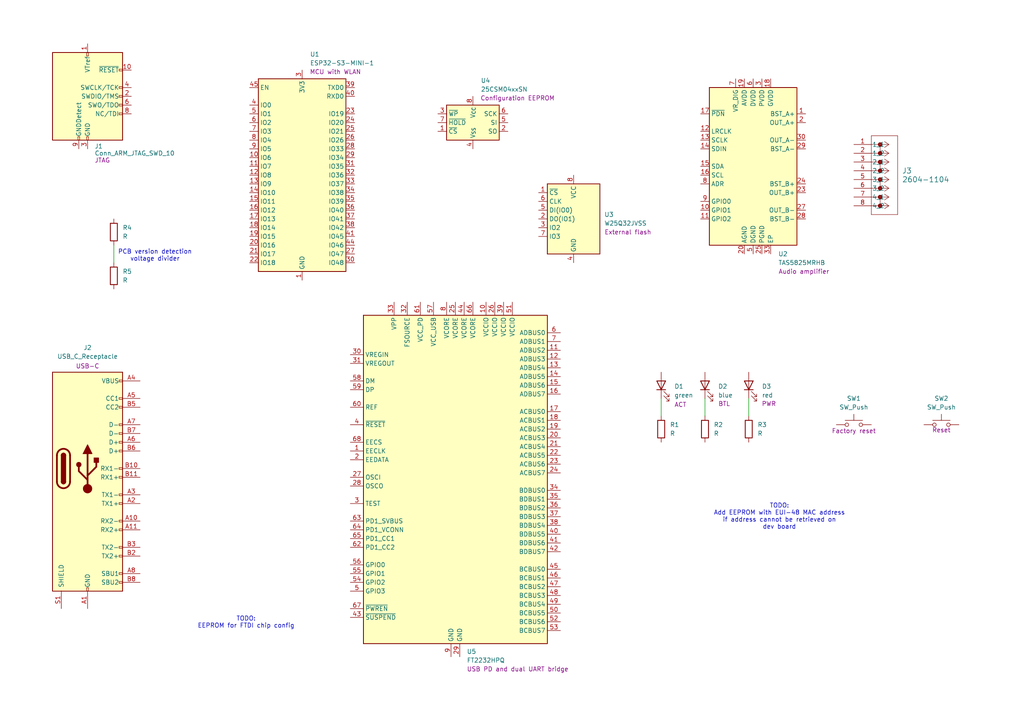
<source format=kicad_sch>
(kicad_sch (version 20231120) (generator "eeschema") (generator_version "8.0")
  (paper "A4")
  (title_block (title "soundbox"))
  (lib_symbols
    (symbol "Amplifier_Audio:TAS5825MRHB"
      (property "Reference" "U" (at -11.43 24.13 0))
      (property "Value" "TAS5825MRHB" (at 13.97 24.13 0))
      (symbol "TAS5825MRHB_0_1"
        (rectangle (start -12.7 22.86) (end 12.7 -22.86) (stroke (width 0.254)) (fill (type background)))
      )
      (symbol "TAS5825MRHB_1_1"
        (pin passive line (at 15.24 15.24 180) (length 2.54) (name "BST_A+") (number "1"))
        (pin bidirectional line (at -15.24 -12.7 0) (length 2.54) (name "GPIO1") (number "10"))
        (pin bidirectional line (at -15.24 -15.24 0) (length 2.54) (name "GPIO2") (number "11"))
        (pin input line (at -15.24 10.16 0) (length 2.54) (name "LRCLK") (number "12"))
        (pin input line (at -15.24 7.62 0) (length 2.54) (name "SCLK") (number "13"))
        (pin input line (at -15.24 5.08 0) (length 2.54) (name "SDIN") (number "14"))
        (pin bidirectional line (at -15.24 0 0) (length 2.54) (name "SDA") (number "15"))
        (pin input line (at -15.24 -2.54 0) (length 2.54) (name "SCL") (number "16"))
        (pin input line (at -15.24 15.24 0) (length 2.54) (name "~{PDN}") (number "17"))
        (pin passive line (at 5.08 25.4 270) (length 2.54) (name "GVDD") (number "18"))
        (pin passive line (at -2.54 25.4 270) (length 2.54) (name "AVDD") (number "19"))
        (pin output line (at 15.24 12.7 180) (length 2.54) (name "OUT_A+") (number "2"))
        (pin power_in line (at -2.54 -25.4 90) (length 2.54) (name "AGND") (number "20"))
        (pin passive line (at 2.54 25.4 270) (length 2.54) hide (name "PVDD") (number "21"))
        (pin passive line (at 2.54 25.4 270) (length 2.54) hide (name "PVDD") (number "22"))
        (pin output line (at 15.24 -7.62 180) (length 2.54) (name "OUT_B+") (number "23"))
        (pin passive line (at 15.24 -5.08 180) (length 2.54) (name "BST_B+") (number "24"))
        (pin power_in line (at 2.54 -25.4 90) (length 2.54) (name "PGND") (number "25"))
        (pin passive line (at 2.54 -25.4 90) (length 2.54) hide (name "PGND") (number "26"))
        (pin output line (at 15.24 -12.7 180) (length 2.54) (name "OUT_B-") (number "27"))
        (pin passive line (at 15.24 -15.24 180) (length 2.54) (name "BST_B-") (number "28"))
        (pin passive line (at 15.24 5.08 180) (length 2.54) (name "BST_A-") (number "29"))
        (pin power_in line (at 2.54 25.4 270) (length 2.54) (name "PVDD") (number "3"))
        (pin output line (at 15.24 7.62 180) (length 2.54) (name "OUT_A-") (number "30"))
        (pin passive line (at 2.54 -25.4 90) (length 2.54) hide (name "PGND") (number "31"))
        (pin passive line (at 2.54 -25.4 90) (length 2.54) hide (name "PGND") (number "32"))
        (pin passive line (at 5.08 -25.4 90) (length 2.54) (name "EP") (number "33"))
        (pin passive line (at 2.54 25.4 270) (length 2.54) hide (name "PVDD") (number "4"))
        (pin power_in line (at 0 -25.4 90) (length 2.54) (name "DGND") (number "5"))
        (pin power_in line (at 0 25.4 270) (length 2.54) (name "DVDD") (number "6"))
        (pin passive line (at -5.08 25.4 270) (length 2.54) (name "VR_DIG") (number "7"))
        (pin passive line (at -15.24 -5.08 0) (length 2.54) (name "ADR") (number "8"))
        (pin bidirectional line (at -15.24 -10.16 0) (length 2.54) (name "GPIO0") (number "9"))
      )
    )
    (symbol "Connector:Conn_ARM_JTAG_SWD_10" (pin_names (offset 1.016))
      (property "Reference" "J" (at -2.54 16.51 0))
      (property "Value" "Conn_ARM_JTAG_SWD_10" (at -2.54 13.97 0))
      (symbol "Conn_ARM_JTAG_SWD_10_0_1"
        (rectangle (start -10.16 12.7) (end 10.16 -12.7) (stroke (width 0.254)) (fill (type background)))
        (rectangle (start -2.794 -12.7) (end -2.286 -11.684))
        (rectangle (start -0.254 -12.7) (end 0.254 -11.684))
        (rectangle (start -0.254 12.7) (end 0.254 11.684))
        (rectangle (start 9.144 2.286) (end 10.16 2.794))
        (rectangle (start 10.16 -2.794) (end 9.144 -2.286))
        (rectangle (start 10.16 -0.254) (end 9.144 0.254))
        (rectangle (start 10.16 7.874) (end 9.144 7.366))
      )
      (symbol "Conn_ARM_JTAG_SWD_10_1_1"
        (rectangle (start 9.144 -5.334) (end 10.16 -4.826))
        (pin power_in line (at 0 15.24 270) (length 2.54) (name "VTref") (number "1"))
        (pin open_collector line (at 12.7 7.62 180) (length 2.54) (name "~{RESET}") (number "10"))
        (pin bidirectional line (at 12.7 0 180) (length 2.54) (name "SWDIO/TMS") (number "2"))
        (pin power_in line (at 0 -15.24 90) (length 2.54) (name "GND") (number "3"))
        (pin output line (at 12.7 2.54 180) (length 2.54) (name "SWCLK/TCK") (number "4"))
        (pin passive line (at 0 -15.24 90) (length 2.54) hide (name "GND") (number "5"))
        (pin input line (at 12.7 -2.54 180) (length 2.54) (name "SWO/TDO") (number "6"))
        (pin no_connect line (at -10.16 0 0) (length 2.54) hide (name "KEY") (number "7"))
        (pin output line (at 12.7 -5.08 180) (length 2.54) (name "NC/TDI") (number "8"))
        (pin passive line (at -2.54 -15.24 90) (length 2.54) (name "GNDDetect") (number "9"))
      )
    )
    (symbol "Connector:USB_C_Receptacle" (pin_names (offset 1.016))
      (property "Reference" "J" (at -10.16 29.21 0))
      (property "Value" "USB_C_Receptacle" (at 10.16 29.21 0))
      (symbol "USB_C_Receptacle_0_0"
        (rectangle (start -0.254 -35.56) (end 0.254 -34.544))
        (rectangle (start 10.16 -32.766) (end 9.144 -33.274))
        (rectangle (start 10.16 -30.226) (end 9.144 -30.734))
        (rectangle (start 10.16 -25.146) (end 9.144 -25.654))
        (rectangle (start 10.16 -22.606) (end 9.144 -23.114))
        (rectangle (start 10.16 -17.526) (end 9.144 -18.034))
        (rectangle (start 10.16 -14.986) (end 9.144 -15.494))
        (rectangle (start 10.16 -9.906) (end 9.144 -10.414))
        (rectangle (start 10.16 -7.366) (end 9.144 -7.874))
        (rectangle (start 10.16 -2.286) (end 9.144 -2.794))
        (rectangle (start 10.16 0.254) (end 9.144 -0.254))
        (rectangle (start 10.16 5.334) (end 9.144 4.826))
        (rectangle (start 10.16 7.874) (end 9.144 7.366))
        (rectangle (start 10.16 10.414) (end 9.144 9.906))
        (rectangle (start 10.16 12.954) (end 9.144 12.446))
        (rectangle (start 10.16 18.034) (end 9.144 17.526))
        (rectangle (start 10.16 20.574) (end 9.144 20.066))
        (rectangle (start 10.16 25.654) (end 9.144 25.146))
      )
      (symbol "USB_C_Receptacle_0_1"
        (rectangle (start -10.16 27.94) (end 10.16 -35.56) (stroke (width 0.254)) (fill (type background)))
        (arc (start -8.89 -3.81) (mid -6.985 -5.7067) (end -5.08 -3.81) (stroke (width 0.508)))
        (arc (start -7.62 -3.81) (mid -6.985 -4.4423) (end -6.35 -3.81) (stroke (width 0.254)))
        (arc (start -7.62 -3.81) (mid -6.985 -4.4423) (end -6.35 -3.81) (stroke (width 0.254)) (fill (type outline)))
        (rectangle (start -7.62 -3.81) (end -6.35 3.81) (stroke (width 0.254)) (fill (type outline)))
        (arc (start -6.35 3.81) (mid -6.985 4.4423) (end -7.62 3.81) (stroke (width 0.254)))
        (arc (start -6.35 3.81) (mid -6.985 4.4423) (end -7.62 3.81) (stroke (width 0.254)) (fill (type outline)))
        (arc (start -5.08 3.81) (mid -6.985 5.7067) (end -8.89 3.81) (stroke (width 0.508)))
        (polyline (pts (xy -8.89 -3.81) (xy -8.89 3.81)) (stroke (width 0.508)))
        (polyline (pts (xy -5.08 3.81) (xy -5.08 -3.81)) (stroke (width 0.508)))
      )
      (symbol "USB_C_Receptacle_1_1"
        (circle (center -2.54 1.143) (radius 0.635) (stroke (width 0.254)) (fill (type outline)))
        (circle (center 0 -5.842) (radius 1.27) (fill (type outline)))
        (polyline (pts (xy 0 -5.842) (xy 0 4.318)) (stroke (width 0.508)))
        (polyline (pts (xy 0 -3.302) (xy -2.54 -0.762) (xy -2.54 0.508)) (stroke (width 0.508)))
        (polyline (pts (xy 0 -2.032) (xy 2.54 0.508) (xy 2.54 1.778)) (stroke (width 0.508)))
        (polyline (pts (xy -1.27 4.318) (xy 0 6.858) (xy 1.27 4.318) (xy -1.27 4.318)) (stroke (width 0.254)) (fill (type outline)))
        (rectangle (start 1.905 1.778) (end 3.175 3.048) (stroke (width 0.254)) (fill (type outline)))
        (pin passive line (at 0 -40.64 90) (length 5.08) (name "GND") (number "A1"))
        (pin bidirectional line (at 15.24 -15.24 180) (length 5.08) (name "RX2-") (number "A10"))
        (pin bidirectional line (at 15.24 -17.78 180) (length 5.08) (name "RX2+") (number "A11"))
        (pin passive line (at 0 -40.64 90) (length 5.08) hide (name "GND") (number "A12"))
        (pin bidirectional line (at 15.24 -10.16 180) (length 5.08) (name "TX1+") (number "A2"))
        (pin bidirectional line (at 15.24 -7.62 180) (length 5.08) (name "TX1-") (number "A3"))
        (pin passive line (at 15.24 25.4 180) (length 5.08) (name "VBUS") (number "A4"))
        (pin bidirectional line (at 15.24 20.32 180) (length 5.08) (name "CC1") (number "A5"))
        (pin bidirectional line (at 15.24 7.62 180) (length 5.08) (name "D+") (number "A6"))
        (pin bidirectional line (at 15.24 12.7 180) (length 5.08) (name "D-") (number "A7"))
        (pin bidirectional line (at 15.24 -30.48 180) (length 5.08) (name "SBU1") (number "A8"))
        (pin passive line (at 15.24 25.4 180) (length 5.08) hide (name "VBUS") (number "A9"))
        (pin passive line (at 0 -40.64 90) (length 5.08) hide (name "GND") (number "B1"))
        (pin bidirectional line (at 15.24 0 180) (length 5.08) (name "RX1-") (number "B10"))
        (pin bidirectional line (at 15.24 -2.54 180) (length 5.08) (name "RX1+") (number "B11"))
        (pin passive line (at 0 -40.64 90) (length 5.08) hide (name "GND") (number "B12"))
        (pin bidirectional line (at 15.24 -25.4 180) (length 5.08) (name "TX2+") (number "B2"))
        (pin bidirectional line (at 15.24 -22.86 180) (length 5.08) (name "TX2-") (number "B3"))
        (pin passive line (at 15.24 25.4 180) (length 5.08) hide (name "VBUS") (number "B4"))
        (pin bidirectional line (at 15.24 17.78 180) (length 5.08) (name "CC2") (number "B5"))
        (pin bidirectional line (at 15.24 5.08 180) (length 5.08) (name "D+") (number "B6"))
        (pin bidirectional line (at 15.24 10.16 180) (length 5.08) (name "D-") (number "B7"))
        (pin bidirectional line (at 15.24 -33.02 180) (length 5.08) (name "SBU2") (number "B8"))
        (pin passive line (at 15.24 25.4 180) (length 5.08) hide (name "VBUS") (number "B9"))
        (pin passive line (at -7.62 -40.64 90) (length 5.08) (name "SHIELD") (number "S1"))
      )
    )
    (symbol "Device:LED" (pin_numbers hide) (pin_names (offset 1.016) hide)
      (property "Reference" "D" (at 0 2.54 0))
      (property "Value" "LED" (at 0 -2.54 0))
      (symbol "LED_0_1"
        (polyline (pts (xy -1.27 -1.27) (xy -1.27 1.27)) (stroke (width 0.254)))
        (polyline (pts (xy -1.27 0) (xy 1.27 0)))
        (polyline (pts (xy 1.27 -1.27) (xy 1.27 1.27) (xy -1.27 0) (xy 1.27 -1.27)) (stroke (width 0.254)))
        (polyline (pts (xy -3.048 -0.762) (xy -4.572 -2.286) (xy -3.81 -2.286) (xy -4.572 -2.286) (xy -4.572 -1.524)))
        (polyline (pts (xy -1.778 -0.762) (xy -3.302 -2.286) (xy -2.54 -2.286) (xy -3.302 -2.286) (xy -3.302 -1.524)))
      )
      (symbol "LED_1_1"
        (pin passive line (at -3.81 0 0) (length 2.54) (name "K") (number "1"))
        (pin passive line (at 3.81 0 180) (length 2.54) (name "A") (number "2"))
      )
    )
    (symbol "Device:R" (pin_numbers hide) (pin_names (offset 0))
      (property "Reference" "R" (at 2.032 0 90))
      (property "Value" "R" (at 0 0 90))
      (symbol "R_0_1"
        (rectangle (start -1.016 -2.54) (end 1.016 2.54) (stroke (width 0.254)))
      )
      (symbol "R_1_1"
        (pin passive line (at 0 3.81 270) (length 1.27) (name "~") (number "1"))
        (pin passive line (at 0 -3.81 90) (length 1.27) (name "~") (number "2"))
      )
    )
    (symbol "Memory_EEPROM:25CSM04xxSN"
      (property "Reference" "U3" (at 1.9559 8.89 0))
      (property "Value" "25CSM04xxSN" (at 1.9559 6.35 0))
      (symbol "25CSM04xxSN_1_1"
        (rectangle (start -7.62 5.08) (end 7.62 -5.08) (stroke (width 0.254)) (fill (type background)))
        (pin input line (at -10.16 -2.54 0) (length 2.54) (name "~{CS}") (number "1"))
        (pin tri_state line (at 10.16 -2.54 180) (length 2.54) (name "SO") (number "2"))
        (pin input line (at -10.16 2.54 0) (length 2.54) (name "~{WP}") (number "3"))
        (pin power_in line (at 0 -7.62 90) (length 2.54) (name "V_{SS}") (number "4"))
        (pin input line (at 10.16 0 180) (length 2.54) (name "SI") (number "5"))
        (pin input line (at 10.16 2.54 180) (length 2.54) (name "SCK") (number "6"))
        (pin input line (at -10.16 0 0) (length 2.54) (name "~{HOLD}") (number "7"))
        (pin power_in line (at 0 7.62 270) (length 2.54) (name "V_{CC}") (number "8"))
      )
    )
    (symbol "Memory_Flash:W25Q32JVSS"
      (property "Reference" "U" (at -6.35 11.43 0))
      (property "Value" "W25Q32JVSS" (at 7.62 11.43 0))
      (symbol "W25Q32JVSS_0_1"
        (rectangle (start -7.62 10.16) (end 7.62 -10.16) (stroke (width 0.254)) (fill (type background)))
      )
      (symbol "W25Q32JVSS_1_1"
        (pin input line (at -10.16 7.62 0) (length 2.54) (name "~{CS}") (number "1"))
        (pin bidirectional line (at -10.16 0 0) (length 2.54) (name "DO(IO1)") (number "2"))
        (pin bidirectional line (at -10.16 -2.54 0) (length 2.54) (name "IO2") (number "3"))
        (pin power_in line (at 0 -12.7 90) (length 2.54) (name "GND") (number "4"))
        (pin bidirectional line (at -10.16 2.54 0) (length 2.54) (name "DI(IO0)") (number "5"))
        (pin input line (at -10.16 5.08 0) (length 2.54) (name "CLK") (number "6"))
        (pin bidirectional line (at -10.16 -5.08 0) (length 2.54) (name "IO3") (number "7"))
        (pin power_in line (at 0 12.7 270) (length 2.54) (name "VCC") (number "8"))
      )
    )
    (symbol "RF_Module:ESP32-S3-MINI-1"
      (property "Reference" "U" (at -11.43 29.21 0))
      (property "Value" "ESP32-S3-MINI-1" (at 12.7 29.21 0))
      (symbol "ESP32-S3-MINI-1_0_1"
        (rectangle (start -12.7 27.94) (end 12.7 -27.94) (stroke (width 0.254)) (fill (type background)))
      )
      (symbol "ESP32-S3-MINI-1_1_1"
        (pin power_in line (at 0 -30.48 90) (length 2.54) (name "GND") (number "1"))
        (pin bidirectional line (at -15.24 5.08 0) (length 2.54) (name "IO6") (number "10"))
        (pin bidirectional line (at -15.24 2.54 0) (length 2.54) (name "IO7") (number "11"))
        (pin bidirectional line (at -15.24 0 0) (length 2.54) (name "IO8") (number "12"))
        (pin bidirectional line (at -15.24 -2.54 0) (length 2.54) (name "IO9") (number "13"))
        (pin bidirectional line (at -15.24 -5.08 0) (length 2.54) (name "IO10") (number "14"))
        (pin bidirectional line (at -15.24 -7.62 0) (length 2.54) (name "IO11") (number "15"))
        (pin bidirectional line (at -15.24 -10.16 0) (length 2.54) (name "IO12") (number "16"))
        (pin bidirectional line (at -15.24 -12.7 0) (length 2.54) (name "IO13") (number "17"))
        (pin bidirectional line (at -15.24 -15.24 0) (length 2.54) (name "IO14") (number "18"))
        (pin bidirectional line (at -15.24 -17.78 0) (length 2.54) (name "IO15") (number "19"))
        (pin passive line (at 0 -30.48 90) (length 2.54) hide (name "GND") (number "2"))
        (pin bidirectional line (at -15.24 -20.32 0) (length 2.54) (name "IO16") (number "20"))
        (pin bidirectional line (at -15.24 -22.86 0) (length 2.54) (name "IO17") (number "21"))
        (pin bidirectional line (at -15.24 -25.4 0) (length 2.54) (name "IO18") (number "22"))
        (pin bidirectional line (at 15.24 17.78 180) (length 2.54) (name "IO19") (number "23"))
        (pin bidirectional line (at 15.24 15.24 180) (length 2.54) (name "IO20") (number "24"))
        (pin bidirectional line (at 15.24 12.7 180) (length 2.54) (name "IO21") (number "25"))
        (pin bidirectional line (at 15.24 10.16 180) (length 2.54) (name "IO26") (number "26"))
        (pin bidirectional line (at 15.24 -22.86 180) (length 2.54) (name "IO47") (number "27"))
        (pin bidirectional line (at 15.24 7.62 180) (length 2.54) (name "IO33") (number "28"))
        (pin bidirectional line (at 15.24 5.08 180) (length 2.54) (name "IO34") (number "29"))
        (pin power_in line (at 0 30.48 270) (length 2.54) (name "3V3") (number "3"))
        (pin bidirectional line (at 15.24 -25.4 180) (length 2.54) (name "IO48") (number "30"))
        (pin bidirectional line (at 15.24 2.54 180) (length 2.54) (name "IO35") (number "31"))
        (pin bidirectional line (at 15.24 0 180) (length 2.54) (name "IO36") (number "32"))
        (pin bidirectional line (at 15.24 -2.54 180) (length 2.54) (name "IO37") (number "33"))
        (pin bidirectional line (at 15.24 -5.08 180) (length 2.54) (name "IO38") (number "34"))
        (pin bidirectional line (at 15.24 -7.62 180) (length 2.54) (name "IO39") (number "35"))
        (pin bidirectional line (at 15.24 -10.16 180) (length 2.54) (name "IO40") (number "36"))
        (pin bidirectional line (at 15.24 -12.7 180) (length 2.54) (name "IO41") (number "37"))
        (pin bidirectional line (at 15.24 -15.24 180) (length 2.54) (name "IO42") (number "38"))
        (pin bidirectional line (at 15.24 25.4 180) (length 2.54) (name "TXD0") (number "39"))
        (pin bidirectional line (at -15.24 20.32 0) (length 2.54) (name "IO0") (number "4"))
        (pin bidirectional line (at 15.24 22.86 180) (length 2.54) (name "RXD0") (number "40"))
        (pin bidirectional line (at 15.24 -17.78 180) (length 2.54) (name "IO45") (number "41"))
        (pin passive line (at 0 -30.48 90) (length 2.54) hide (name "GND") (number "42"))
        (pin passive line (at 0 -30.48 90) (length 2.54) hide (name "GND") (number "43"))
        (pin bidirectional line (at 15.24 -20.32 180) (length 2.54) (name "IO46") (number "44"))
        (pin input line (at -15.24 25.4 0) (length 2.54) (name "EN") (number "45"))
        (pin passive line (at 0 -30.48 90) (length 2.54) hide (name "GND") (number "46"))
        (pin passive line (at 0 -30.48 90) (length 2.54) hide (name "GND") (number "47"))
        (pin passive line (at 0 -30.48 90) (length 2.54) hide (name "GND") (number "48"))
        (pin passive line (at 0 -30.48 90) (length 2.54) hide (name "GND") (number "49"))
        (pin bidirectional line (at -15.24 17.78 0) (length 2.54) (name "IO1") (number "5"))
        (pin passive line (at 0 -30.48 90) (length 2.54) hide (name "GND") (number "50"))
        (pin passive line (at 0 -30.48 90) (length 2.54) hide (name "GND") (number "51"))
        (pin passive line (at 0 -30.48 90) (length 2.54) hide (name "GND") (number "52"))
        (pin passive line (at 0 -30.48 90) (length 2.54) hide (name "GND") (number "53"))
        (pin passive line (at 0 -30.48 90) (length 2.54) hide (name "GND") (number "54"))
        (pin passive line (at 0 -30.48 90) (length 2.54) hide (name "GND") (number "55"))
        (pin passive line (at 0 -30.48 90) (length 2.54) hide (name "GND") (number "56"))
        (pin passive line (at 0 -30.48 90) (length 2.54) hide (name "GND") (number "57"))
        (pin passive line (at 0 -30.48 90) (length 2.54) hide (name "GND") (number "58"))
        (pin passive line (at 0 -30.48 90) (length 2.54) hide (name "GND") (number "59"))
        (pin bidirectional line (at -15.24 15.24 0) (length 2.54) (name "IO2") (number "6"))
        (pin passive line (at 0 -30.48 90) (length 2.54) hide (name "GND") (number "60"))
        (pin passive line (at 0 -30.48 90) (length 2.54) hide (name "GND") (number "61"))
        (pin passive line (at 0 -30.48 90) (length 2.54) hide (name "GND") (number "62"))
        (pin passive line (at 0 -30.48 90) (length 2.54) hide (name "GND") (number "63"))
        (pin passive line (at 0 -30.48 90) (length 2.54) hide (name "GND") (number "64"))
        (pin passive line (at 0 -30.48 90) (length 2.54) hide (name "GND") (number "65"))
        (pin bidirectional line (at -15.24 12.7 0) (length 2.54) (name "IO3") (number "7"))
        (pin bidirectional line (at -15.24 10.16 0) (length 2.54) (name "IO4") (number "8"))
        (pin bidirectional line (at -15.24 7.62 0) (length 2.54) (name "IO5") (number "9"))
      )
    )
    (symbol "Switch:SW_Push" (pin_numbers hide) (pin_names (offset 1.016) hide)
      (property "Reference" "SW" (at 1.27 2.54 0))
      (property "Value" "SW_Push" (at 0 -1.524 0))
      (symbol "SW_Push_0_1"
        (circle (center -2.032 0) (radius 0.508))
        (polyline (pts (xy 0 1.27) (xy 0 3.048)))
        (polyline (pts (xy 2.54 1.27) (xy -2.54 1.27)))
        (circle (center 2.032 0) (radius 0.508))
        (pin passive line (at -5.08 0 0) (length 2.54) (name "1") (number "1"))
        (pin passive line (at 5.08 0 180) (length 2.54) (name "2") (number "2"))
      )
    )
    (symbol "Ultra_Librarian:2604-1104" (pin_names (offset 0.254))
      (property "Reference" "J" (at 8.89 6.35 0))
      (property "Value" "2604-1104" (at 0 0 0))
      (symbol "2604-1104_1_1"
        (polyline (pts (xy 5.08 -20.32) (xy 12.7 -20.32)) (stroke (width 0.127)))
        (polyline (pts (xy 5.08 2.54) (xy 5.08 -20.32)) (stroke (width 0.127)))
        (polyline (pts (xy 7.62 -15.24) (xy 7.62 -17.78)) (stroke (width 0.127)))
        (polyline (pts (xy 7.62 -10.16) (xy 7.62 -12.7)) (stroke (width 0.127)))
        (polyline (pts (xy 7.62 -5.08) (xy 7.62 -7.62)) (stroke (width 0.127)))
        (polyline (pts (xy 7.62 0) (xy 7.62 -2.54)) (stroke (width 0.127)))
        (polyline (pts (xy 10.16 -17.78) (xy 5.08 -17.78)) (stroke (width 0.127)))
        (polyline (pts (xy 10.16 -17.78) (xy 8.89 -18.6267)) (stroke (width 0.127)))
        (polyline (pts (xy 10.16 -17.78) (xy 8.89 -16.9333)) (stroke (width 0.127)))
        (polyline (pts (xy 10.16 -15.24) (xy 5.08 -15.24)) (stroke (width 0.127)))
        (polyline (pts (xy 10.16 -15.24) (xy 8.89 -16.0867)) (stroke (width 0.127)))
        (polyline (pts (xy 10.16 -15.24) (xy 8.89 -14.3933)) (stroke (width 0.127)))
        (polyline (pts (xy 10.16 -12.7) (xy 5.08 -12.7)) (stroke (width 0.127)))
        (polyline (pts (xy 10.16 -12.7) (xy 8.89 -13.5467)) (stroke (width 0.127)))
        (polyline (pts (xy 10.16 -12.7) (xy 8.89 -11.8533)) (stroke (width 0.127)))
        (polyline (pts (xy 10.16 -10.16) (xy 5.08 -10.16)) (stroke (width 0.127)))
        (polyline (pts (xy 10.16 -10.16) (xy 8.89 -11.0067)) (stroke (width 0.127)))
        (polyline (pts (xy 10.16 -10.16) (xy 8.89 -9.3133)) (stroke (width 0.127)))
        (polyline (pts (xy 10.16 -7.62) (xy 5.08 -7.62)) (stroke (width 0.127)))
        (polyline (pts (xy 10.16 -7.62) (xy 8.89 -8.4667)) (stroke (width 0.127)))
        (polyline (pts (xy 10.16 -7.62) (xy 8.89 -6.7733)) (stroke (width 0.127)))
        (polyline (pts (xy 10.16 -5.08) (xy 5.08 -5.08)) (stroke (width 0.127)))
        (polyline (pts (xy 10.16 -5.08) (xy 8.89 -5.9267)) (stroke (width 0.127)))
        (polyline (pts (xy 10.16 -5.08) (xy 8.89 -4.2333)) (stroke (width 0.127)))
        (polyline (pts (xy 10.16 -2.54) (xy 5.08 -2.54)) (stroke (width 0.127)))
        (polyline (pts (xy 10.16 -2.54) (xy 8.89 -3.3867)) (stroke (width 0.127)))
        (polyline (pts (xy 10.16 -2.54) (xy 8.89 -1.6933)) (stroke (width 0.127)))
        (polyline (pts (xy 10.16 0) (xy 5.08 0)) (stroke (width 0.127)))
        (polyline (pts (xy 10.16 0) (xy 8.89 -0.8467)) (stroke (width 0.127)))
        (polyline (pts (xy 10.16 0) (xy 8.89 0.8467)) (stroke (width 0.127)))
        (polyline (pts (xy 12.7 -20.32) (xy 12.7 2.54)) (stroke (width 0.127)))
        (polyline (pts (xy 12.7 2.54) (xy 5.08 2.54)) (stroke (width 0.127)))
        (circle (center 7.62 -17.78) (radius 0.127) (stroke (width 0.508)))
        (circle (center 7.62 -15.24) (radius 0.127) (stroke (width 0.508)))
        (circle (center 7.62 -12.7) (radius 0.127) (stroke (width 0.508)))
        (circle (center 7.62 -10.16) (radius 0.127) (stroke (width 0.508)))
        (circle (center 7.62 -7.62) (radius 0.127) (stroke (width 0.508)))
        (circle (center 7.62 -5.08) (radius 0.127) (stroke (width 0.508)))
        (circle (center 7.62 -2.54) (radius 0.127) (stroke (width 0.508)))
        (circle (center 7.62 0) (radius 0.127) (stroke (width 0.508)))
        (pin unspecified line (at 0 0 0) (length 5.08) (name "1_1") (number "1"))
        (pin unspecified line (at 0 -2.54 0) (length 5.08) (name "1_2") (number "2"))
        (pin unspecified line (at 0 -5.08 0) (length 5.08) (name "2_1") (number "3"))
        (pin unspecified line (at 0 -7.62 0) (length 5.08) (name "2_2") (number "4"))
        (pin unspecified line (at 0 -10.16 0) (length 5.08) (name "3_1") (number "5"))
        (pin unspecified line (at 0 -12.7 0) (length 5.08) (name "3_2") (number "6"))
        (pin unspecified line (at 0 -15.24 0) (length 5.08) (name "4_1") (number "7"))
        (pin unspecified line (at 0 -17.78 0) (length 5.08) (name "4_2") (number "8"))
      )
      (symbol "2604-1104_1_2"
        (polyline (pts (xy 5.08 -20.32) (xy 12.7 -20.32)) (stroke (width 0.127)))
        (polyline (pts (xy 5.08 2.54) (xy 5.08 -20.32)) (stroke (width 0.127)))
        (polyline (pts (xy 7.62 -15.24) (xy 7.62 -17.78)) (stroke (width 0.127)))
        (polyline (pts (xy 7.62 -10.16) (xy 7.62 -12.7)) (stroke (width 0.127)))
        (polyline (pts (xy 7.62 -5.08) (xy 7.62 -7.62)) (stroke (width 0.127)))
        (polyline (pts (xy 7.62 0) (xy 7.62 -2.54)) (stroke (width 0.127)))
        (polyline (pts (xy 10.16 -17.78) (xy 5.08 -17.78)) (stroke (width 0.127)))
        (polyline (pts (xy 10.16 -17.78) (xy 8.89 -18.6267)) (stroke (width 0.127)))
        (polyline (pts (xy 10.16 -17.78) (xy 8.89 -16.9333)) (stroke (width 0.127)))
        (polyline (pts (xy 10.16 -15.24) (xy 5.08 -15.24)) (stroke (width 0.127)))
        (polyline (pts (xy 10.16 -15.24) (xy 8.89 -16.0867)) (stroke (width 0.127)))
        (polyline (pts (xy 10.16 -15.24) (xy 8.89 -14.3933)) (stroke (width 0.127)))
        (polyline (pts (xy 10.16 -12.7) (xy 5.08 -12.7)) (stroke (width 0.127)))
        (polyline (pts (xy 10.16 -12.7) (xy 8.89 -13.5467)) (stroke (width 0.127)))
        (polyline (pts (xy 10.16 -12.7) (xy 8.89 -11.8533)) (stroke (width 0.127)))
        (polyline (pts (xy 10.16 -10.16) (xy 5.08 -10.16)) (stroke (width 0.127)))
        (polyline (pts (xy 10.16 -10.16) (xy 8.89 -11.0067)) (stroke (width 0.127)))
        (polyline (pts (xy 10.16 -10.16) (xy 8.89 -9.3133)) (stroke (width 0.127)))
        (polyline (pts (xy 10.16 -7.62) (xy 5.08 -7.62)) (stroke (width 0.127)))
        (polyline (pts (xy 10.16 -7.62) (xy 8.89 -8.4667)) (stroke (width 0.127)))
        (polyline (pts (xy 10.16 -7.62) (xy 8.89 -6.7733)) (stroke (width 0.127)))
        (polyline (pts (xy 10.16 -5.08) (xy 5.08 -5.08)) (stroke (width 0.127)))
        (polyline (pts (xy 10.16 -5.08) (xy 8.89 -5.9267)) (stroke (width 0.127)))
        (polyline (pts (xy 10.16 -5.08) (xy 8.89 -4.2333)) (stroke (width 0.127)))
        (polyline (pts (xy 10.16 -2.54) (xy 5.08 -2.54)) (stroke (width 0.127)))
        (polyline (pts (xy 10.16 -2.54) (xy 8.89 -3.3867)) (stroke (width 0.127)))
        (polyline (pts (xy 10.16 -2.54) (xy 8.89 -1.6933)) (stroke (width 0.127)))
        (polyline (pts (xy 10.16 0) (xy 5.08 0)) (stroke (width 0.127)))
        (polyline (pts (xy 10.16 0) (xy 8.89 -0.8467)) (stroke (width 0.127)))
        (polyline (pts (xy 10.16 0) (xy 8.89 0.8467)) (stroke (width 0.127)))
        (polyline (pts (xy 12.7 -20.32) (xy 12.7 2.54)) (stroke (width 0.127)))
        (polyline (pts (xy 12.7 2.54) (xy 5.08 2.54)) (stroke (width 0.127)))
        (circle (center 7.62 -17.78) (radius 0.127) (stroke (width 0.508)))
        (circle (center 7.62 -15.24) (radius 0.127) (stroke (width 0.508)))
        (circle (center 7.62 -12.7) (radius 0.127) (stroke (width 0.508)))
        (circle (center 7.62 -10.16) (radius 0.127) (stroke (width 0.508)))
        (circle (center 7.62 -7.62) (radius 0.127) (stroke (width 0.508)))
        (circle (center 7.62 -5.08) (radius 0.127) (stroke (width 0.508)))
        (circle (center 7.62 -2.54) (radius 0.127) (stroke (width 0.508)))
        (circle (center 7.62 0) (radius 0.127) (stroke (width 0.508)))
        (pin unspecified line (at 0 0 0) (length 5.08) (name "1_1") (number "1"))
        (pin unspecified line (at 0 -2.54 0) (length 5.08) (name "1_2") (number "2"))
        (pin unspecified line (at 0 -5.08 0) (length 5.08) (name "2_1") (number "3"))
        (pin unspecified line (at 0 -7.62 0) (length 5.08) (name "2_2") (number "4"))
        (pin unspecified line (at 0 -10.16 0) (length 5.08) (name "3_1") (number "5"))
        (pin unspecified line (at 0 -12.7 0) (length 5.08) (name "3_2") (number "6"))
        (pin unspecified line (at 0 -15.24 0) (length 5.08) (name "4_1") (number "7"))
        (pin unspecified line (at 0 -17.78 0) (length 5.08) (name "4_2") (number "8"))
      )
    )
    (symbol "xengineering:FT2232HPQ"
      (property "Reference" "U" (at 20.828 52.07 0))
      (property "Value" "FT2232HPQ" (at 25.654 49.53 0))
      (symbol "FT2232HPQ_0_1"
        (rectangle (start -26.67 46.99) (end 26.67 -48.26) (stroke (width 0.254)) (fill (type background)))
      )
      (symbol "FT2232HPQ_1_1"
        (pin output line (at -30.48 7.62 0) (length 3.81) (name "EECLK") (number "1"))
        (pin input line (at 8.89 50.8 270) (length 3.81) (name "VCCIO") (number "10"))
        (pin bidirectional line (at 30.48 36.83 180) (length 3.81) (name "ADBUS2") (number "11"))
        (pin bidirectional line (at 30.48 34.29 180) (length 3.81) (name "ADBUS3") (number "12"))
        (pin bidirectional line (at 30.48 31.75 180) (length 3.81) (name "ADBUS4") (number "13"))
        (pin bidirectional line (at 30.48 29.21 180) (length 3.81) (name "ADBUS5") (number "14"))
        (pin bidirectional line (at 30.48 26.67 180) (length 3.81) (name "ADBUS6") (number "15"))
        (pin bidirectional line (at 30.48 24.13 180) (length 3.81) (name "ADBUS7") (number "16"))
        (pin bidirectional line (at 30.48 19.05 180) (length 3.81) (name "ACBUS0") (number "17"))
        (pin bidirectional line (at 30.48 16.51 180) (length 3.81) (name "ACBUS1") (number "18"))
        (pin bidirectional line (at 30.48 13.97 180) (length 3.81) (name "ACBUS2") (number "19"))
        (pin bidirectional line (at -30.48 5.08 0) (length 3.81) (name "EEDATA") (number "2"))
        (pin bidirectional line (at 30.48 11.43 180) (length 3.81) (name "ACBUS3") (number "20"))
        (pin bidirectional line (at 30.48 8.89 180) (length 3.81) (name "ACBUS4") (number "21"))
        (pin bidirectional line (at 30.48 6.35 180) (length 3.81) (name "ACBUS5") (number "22"))
        (pin bidirectional line (at 30.48 3.81 180) (length 3.81) (name "ACBUS6") (number "23"))
        (pin bidirectional line (at 30.48 1.27 180) (length 3.81) (name "ACBUS7") (number "24"))
        (pin input line (at 0 50.8 270) (length 3.81) (name "VCORE") (number "25"))
        (pin input line (at 11.43 50.8 270) (length 3.81) (name "VCCIO") (number "26"))
        (pin input line (at -30.48 0 0) (length 3.81) (name "OSCI") (number "27"))
        (pin output line (at -30.48 -2.54 0) (length 3.81) (name "OSCO") (number "28"))
        (pin input line (at 1.27 -52.07 90) (length 3.81) (name "GND") (number "29"))
        (pin input line (at -30.48 -7.62 0) (length 3.81) (name "TEST") (number "3"))
        (pin input line (at -30.48 35.56 0) (length 3.81) (name "VREGIN") (number "30"))
        (pin output line (at -30.48 33.02 0) (length 3.81) (name "VREGOUT") (number "31"))
        (pin input line (at -13.97 50.8 270) (length 3.81) (name "FSOURCE") (number "32"))
        (pin input line (at -17.78 50.8 270) (length 3.81) (name "VPP") (number "33"))
        (pin bidirectional line (at 30.48 -3.81 180) (length 3.81) (name "BDBUS0") (number "34"))
        (pin bidirectional line (at 30.48 -6.35 180) (length 3.81) (name "BDBUS1") (number "35"))
        (pin bidirectional line (at 30.48 -8.89 180) (length 3.81) (name "BDBUS2") (number "36"))
        (pin bidirectional line (at 30.48 -11.43 180) (length 3.81) (name "BDBUS3") (number "37"))
        (pin bidirectional line (at 30.48 -13.97 180) (length 3.81) (name "BDBUS4") (number "38"))
        (pin input line (at 13.97 50.8 270) (length 3.81) (name "VCCIO") (number "39"))
        (pin input line (at -30.48 15.24 0) (length 3.81) (name "~{RESET}") (number "4"))
        (pin bidirectional line (at 30.48 -16.51 180) (length 3.81) (name "BDBUS5") (number "40"))
        (pin bidirectional line (at 30.48 -19.05 180) (length 3.81) (name "BDBUS6") (number "41"))
        (pin bidirectional line (at 30.48 -21.59 180) (length 3.81) (name "BDBUS7") (number "42"))
        (pin output line (at -30.48 -40.64 0) (length 3.81) (name "~{SUSPEND}") (number "43"))
        (pin input line (at 2.54 50.8 270) (length 3.81) (name "VCORE") (number "44"))
        (pin bidirectional line (at 30.48 -26.67 180) (length 3.81) (name "BCBUS0") (number "45"))
        (pin bidirectional line (at 30.48 -29.21 180) (length 3.81) (name "BCBUS1") (number "46"))
        (pin bidirectional line (at 30.48 -31.75 180) (length 3.81) (name "BCBUS2") (number "47"))
        (pin bidirectional line (at 30.48 -34.29 180) (length 3.81) (name "BCBUS3") (number "48"))
        (pin bidirectional line (at 30.48 -36.83 180) (length 3.81) (name "BCBUS4") (number "49"))
        (pin bidirectional line (at -30.48 -33.02 0) (length 3.81) (name "GPIO3") (number "5"))
        (pin bidirectional line (at 30.48 -39.37 180) (length 3.81) (name "BCBUS5") (number "50"))
        (pin input line (at 16.51 50.8 270) (length 3.81) (name "VCCIO") (number "51"))
        (pin bidirectional line (at 30.48 -41.91 180) (length 3.81) (name "BCBUS6") (number "52"))
        (pin bidirectional line (at 30.48 -44.45 180) (length 3.81) (name "BCBUS7") (number "53"))
        (pin bidirectional line (at -30.48 -30.48 0) (length 3.81) (name "GPIO2") (number "54"))
        (pin bidirectional line (at -30.48 -27.94 0) (length 3.81) (name "GPIO1") (number "55"))
        (pin bidirectional line (at -30.48 -25.4 0) (length 3.81) (name "GPIO0") (number "56"))
        (pin input line (at -6.35 50.8 270) (length 3.81) (name "VCC_USB") (number "57"))
        (pin bidirectional line (at -30.48 27.94 0) (length 3.81) (name "DM") (number "58"))
        (pin bidirectional line (at -30.48 25.4 0) (length 3.81) (name "DP") (number "59"))
        (pin bidirectional line (at 30.48 41.91 180) (length 3.81) (name "ADBUS0") (number "6"))
        (pin input line (at -30.48 20.32 0) (length 3.81) (name "REF") (number "60"))
        (pin input line (at -10.16 50.8 270) (length 3.81) (name "VCC_PD") (number "61"))
        (pin bidirectional line (at -30.48 -20.32 0) (length 3.81) (name "PD1_CC2") (number "62"))
        (pin input line (at -30.48 -12.7 0) (length 3.81) (name "PD1_SVBUS") (number "63"))
        (pin input line (at -30.48 -15.24 0) (length 3.81) (name "PD1_VCONN") (number "64"))
        (pin bidirectional line (at -30.48 -17.78 0) (length 3.81) (name "PD1_CC1") (number "65"))
        (pin input line (at 5.08 50.8 270) (length 3.81) (name "VCORE") (number "66"))
        (pin output line (at -30.48 -38.1 0) (length 3.81) (name "~{PWREN}") (number "67"))
        (pin bidirectional line (at -30.48 10.16 0) (length 3.81) (name "EECS") (number "68"))
        (pin bidirectional line (at 30.48 39.37 180) (length 3.81) (name "ADBUS1") (number "7"))
        (pin input line (at -2.54 50.8 270) (length 3.81) (name "VCORE") (number "8"))
        (pin input line (at -1.27 -52.07 90) (length 3.81) (name "GND") (number "9"))
      )
    )
  )
  (wire (pts (xy 191.77 115.57) (xy 191.77 120.65)))
  (wire (pts (xy 33.02 71.12) (xy 33.02 76.2)))
  (wire (pts (xy 204.47 115.57) (xy 204.47 120.65)))
  (wire (pts (xy 217.17 115.57) (xy 217.17 120.65)))
  (text "TODO:\nAdd EEPROM with EUI-48 MAC address\nif address cannot be retrieved on\ndev board" (at 226.06 149.86 0) (effects (font (size 1.27 1.27))))
  (text "TODO:\nEEPROM for FTDI chip config" (at 71.374 180.594 0) (effects (font (size 1.27 1.27))))
  (text "PCB version detection\nvoltage divider" (at 44.958 74.168 0) (effects (font (size 1.27 1.27))))
  (symbol (lib_id "RF_Module:ESP32-S3-MINI-1") (at 87.63 50.8 0) (unit 1)
    (property "Reference" "U1" (at 89.916 15.748 0) (effects (justify left)))
    (property "Value" "ESP32-S3-MINI-1" (at 89.916 18.288 0) (effects (justify left)))
    (property "Footprint" "RF_Module:ESP32-S2-MINI-1" (effects (hide yes)))
    (property "Datasheet" "https://www.espressif.com/sites/default/files/documentation/esp32-s3-mini-1_mini-1u_datasheet_en.pdf" (effects (hide yes)))
    (property "Description" "MCU with WLAN" (at 97.282 20.828 0))
    (property "MPN" "ESP32-S3-MINI-1-N8" (effects (hide yes)))
    (property "Manufacturer" "Espressif Systems" (effects (hide yes)))
  )
  (symbol (lib_id "Memory_Flash:W25Q32JVSS") (at 166.37 63.5 0) (unit 1)
    (property "Reference" "U3" (at 175.26 62.2299 0) (effects (justify left)))
    (property "Value" "W25Q32JVSS" (at 175.26 64.7699 0) (effects (justify left)))
    (property "Footprint" "Package_SO:SOIC-8_5.23x5.23mm_P1.27mm" (effects (hide yes)))
    (property "Datasheet" "http://www.winbond.com/resource-files/w25q32jv%20revg%2003272018%20plus.pdf" (effects (hide yes)))
    (property "Description" "External flash" (at 182.118 67.31 0))
  )
  (symbol (lib_id "Connector:Conn_ARM_JTAG_SWD_10") (at 25.4 27.94 0) (unit 1)
    (property "Reference" "J1" (at 27.432 42.418 0) (effects (justify left)))
    (property "Value" "Conn_ARM_JTAG_SWD_10" (at 27.432 44.45 0) (effects (justify left)))
    (property "Datasheet" "http://infocenter.arm.com/help/topic/com.arm.doc.ddi0314h/DDI0314H_coresight_components_trm.pdf" (effects (hide yes)))
    (property "Description" "JTAG" (at 27.432 46.482 0) (effects (justify left)))
  )
  (symbol (lib_id "Switch:SW_Push") (at 273.05 123.19 0) (unit 1)
    (property "Reference" "SW2" (at 273.05 115.57 0))
    (property "Value" "SW_Push" (at 273.05 118.11 0))
    (property "Footprint" "Button_Switch_SMD:SW_SPST_TL3305A" (effects (hide yes)))
    (property "Description" "Reset" (at 273.05 124.714 0))
  )
  (symbol (lib_id "Ultra_Librarian:2604-1104") (at 247.65 41.91 0) (unit 1)
    (property "Reference" "J3" (at 261.62 49.5299 0) (effects (font (size 1.524 1.524)) (justify left)))
    (property "Value" "2604-1104" (at 261.62 52.0699 0) (effects (font (size 1.524 1.524)) (justify left)))
    (property "Footprint" "CONN4_2604-1104_WAG" (effects (hide yes)))
    (property "Datasheet" "2604-1104" (effects (hide yes)))
    (property "Description" "Speaker" (effects (hide yes)))
    (property "Manufacturer" "WAGO" (effects (hide yes)))
    (property "MPN" "2604-1104" (effects (hide yes)))
  )
  (symbol (lib_id "Device:R") (at 217.17 124.46 0) (unit 1)
    (property "Reference" "R3" (at 219.71 123.1899 0) (effects (justify left)))
    (property "Value" "R" (at 219.71 125.7299 0) (effects (justify left)))
    (property "Footprint" "Resistor_SMD:R_0603_1608Metric" (effects (hide yes)))
    (property "Description" "Resistor" (effects (hide yes)))
  )
  (symbol (lib_id "Connector:USB_C_Receptacle") (at 25.4 135.89 0) (unit 1)
    (property "Reference" "J2" (at 25.4 100.838 0))
    (property "Value" "USB_C_Receptacle" (at 25.4 103.378 0))
    (property "Datasheet" "https://cdn.amphenol-cs.com/media/wysiwyg/files/documentation/datasheet/inputoutput/io_usb_3_2_type_c.pdf" (effects (hide yes)))
    (property "Description" "USB-C" (at 25.4 106.172 0))
    (property "MPN" "12401610E4#2A" (effects (hide yes)))
    (property "Manufacturer" "Amphenol ICC" (effects (hide yes)))
  )
  (symbol (lib_id "Switch:SW_Push") (at 247.65 123.19 0) (unit 1)
    (property "Reference" "SW1" (at 247.65 115.57 0))
    (property "Value" "SW_Push" (at 247.65 118.11 0))
    (property "Footprint" "Button_Switch_SMD:SW_SPST_TL3305A" (effects (hide yes)))
    (property "Description" "Factory reset" (at 247.65 124.968 0))
  )
  (symbol (lib_id "Memory_EEPROM:25CSM04xxSN") (at 137.16 35.56 0) (unit 1)
    (property "Reference" "U4" (at 139.446 23.368 0) (effects (justify left)))
    (property "Value" "25CSM04xxSN" (at 139.446 25.908 0) (effects (justify left)))
    (property "Footprint" "Package_SO:SOIC-8_3.9x4.9mm_P1.27mm" (effects (hide yes)))
    (property "Datasheet" "https://ww1.microchip.com/downloads/aemDocuments/documents/MPD/ProductDocuments/DataSheets/25CSM04-4-Mbit-SPI-Serial-EEPROM-With-128-Bit-Serial-Number-and-Enhanced-Write-Protection-20005817C.pdf" (effects (hide yes)))
    (property "Description" "Configuration EEPROM" (at 150.114 28.448 0))
  )
  (symbol (lib_id "Device:R") (at 204.47 124.46 0) (unit 1)
    (property "Reference" "R2" (at 207.01 123.1899 0) (effects (justify left)))
    (property "Value" "R" (at 207.01 125.7299 0) (effects (justify left)))
    (property "Footprint" "Resistor_SMD:R_0603_1608Metric" (effects (hide yes)))
    (property "Description" "Resistor" (effects (hide yes)))
  )
  (symbol (lib_id "Amplifier_Audio:TAS5825MRHB") (at 218.44 48.26 0) (unit 1)
    (property "Reference" "U2" (at 225.7141 73.66 0) (effects (justify left)))
    (property "Value" "TAS5825MRHB" (at 225.7141 76.2 0) (effects (justify left)))
    (property "Footprint" "Package_DFN_QFN:VQFN-32-1EP_5x5mm_P0.5mm_EP3.1x3.1mm" (effects (hide yes)))
    (property "Datasheet" "www.ti.com/lit/ds/symlink/tas5825m.pdf" (effects (hide yes)))
    (property "Description" "Audio amplifier" (at 233.172 78.74 0))
  )
  (symbol (lib_id "xengineering:FT2232HPQ") (at 132.08 138.43 0) (unit 1)
    (property "Reference" "U5" (at 135.382 188.976 0) (effects (justify left)))
    (property "Value" "FT2232HPQ" (at 135.382 191.516 0) (effects (justify left)))
    (property "Datasheet" "https://ftdichip.com/wp-content/uploads/2024/09/DS_FT2233HP.pdf" (effects (hide yes)))
    (property "Description" "USB PD and dual UART bridge" (at 135.382 194.056 0) (effects (justify left)))
  )
  (symbol (lib_id "Device:R") (at 33.02 80.01 0) (unit 1)
    (property "Reference" "R5" (at 35.56 78.7399 0) (effects (justify left)))
    (property "Value" "R" (at 35.56 81.2799 0) (effects (justify left)))
    (property "Footprint" "Resistor_SMD:R_0603_1608Metric" (effects (hide yes)))
    (property "Description" "Resistor" (effects (hide yes)))
  )
  (symbol (lib_id "Device:LED") (at 191.77 111.76 90) (unit 1)
    (property "Reference" "D1" (at 195.58 112.0774 90) (effects (justify right)))
    (property "Value" "green" (at 195.58 114.6174 90) (effects (justify right)))
    (property "Footprint" "LED_SMD:LED_1206_3216Metric" (effects (hide yes)))
    (property "Datasheet" "https://s3-us-west-2.amazonaws.com/catsy.557/Dialight_CBI_data_598-1206_Apr2018.pdf" (effects (hide yes)))
    (property "Description" "ACT" (at 197.358 117.348 90))
    (property "MPN" "598-8270-107F" (effects (hide yes)))
    (property "Manufacturer" "Dialight" (effects (hide yes)))
  )
  (symbol (lib_id "Device:R") (at 33.02 67.31 0) (unit 1)
    (property "Reference" "R4" (at 35.56 66.0399 0) (effects (justify left)))
    (property "Value" "R" (at 35.56 68.5799 0) (effects (justify left)))
    (property "Footprint" "Resistor_SMD:R_0603_1608Metric" (effects (hide yes)))
    (property "Description" "Resistor" (effects (hide yes)))
  )
  (symbol (lib_id "Device:R") (at 191.77 124.46 0) (unit 1)
    (property "Reference" "R1" (at 194.31 123.1899 0) (effects (justify left)))
    (property "Value" "R" (at 194.31 125.7299 0) (effects (justify left)))
    (property "Footprint" "Resistor_SMD:R_0603_1608Metric" (effects (hide yes)))
    (property "Description" "Resistor" (effects (hide yes)))
  )
  (symbol (lib_id "Device:LED") (at 217.17 111.76 90) (unit 1)
    (property "Reference" "D3" (at 220.98 112.0774 90) (effects (justify right)))
    (property "Value" "red" (at 220.98 114.6174 90) (effects (justify right)))
    (property "Footprint" "LED_SMD:LED_1206_3216Metric" (effects (hide yes)))
    (property "Datasheet" "https://s3-us-west-2.amazonaws.com/catsy.557/Dialight_CBI_data_598-1206_Apr2018.pdf" (effects (hide yes)))
    (property "Description" "PWR" (at 223.012 117.094 90))
    (property "MPN" "598-8210-107F" (effects (hide yes)))
    (property "Manufacturer" "Dialight" (effects (hide yes)))
  )
  (symbol (lib_id "Device:LED") (at 204.47 111.76 90) (unit 1)
    (property "Reference" "D2" (at 208.28 112.0774 90) (effects (justify right)))
    (property "Value" "blue" (at 208.28 114.6174 90) (effects (justify right)))
    (property "Footprint" "LED_SMD:LED_1206_3216Metric" (effects (hide yes)))
    (property "Datasheet" "https://s3-us-west-2.amazonaws.com/catsy.557/Dialight_CBI_data_598-1206_Apr2018.pdf" (effects (hide yes)))
    (property "Description" "BTL" (at 210.058 117.094 90))
    (property "MPN" "598-8291-107F " (effects (hide yes)))
    (property "Manufacturer" "Dialight" (effects (hide yes)))
  )
)
</source>
